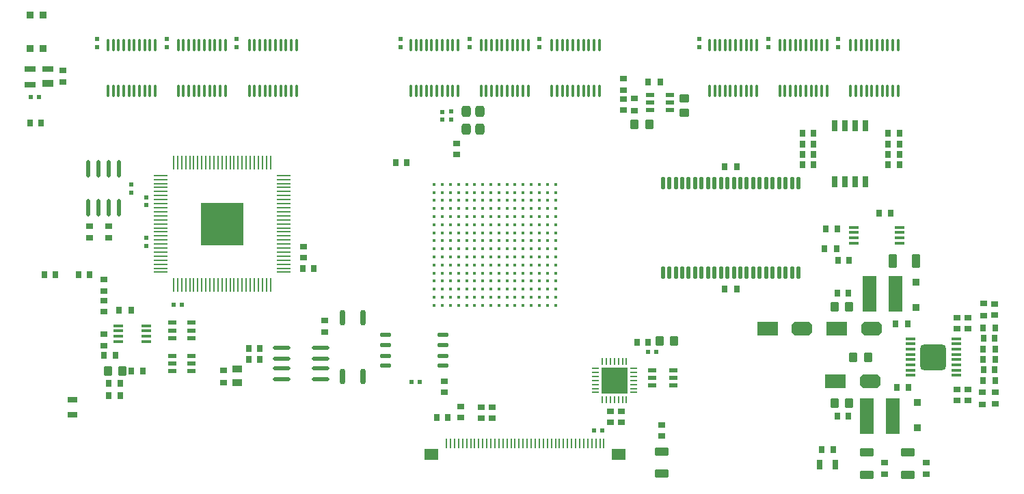
<source format=gtp>
G04*
G04 #@! TF.GenerationSoftware,Altium Limited,Altium Designer,18.0.11 (651)*
G04*
G04 Layer_Color=8421504*
%FSLAX42Y42*%
%MOMM*%
G71*
G01*
G75*
G04:AMPARAMS|DCode=27|XSize=0.85mm|YSize=0.75mm|CornerRadius=0.08mm|HoleSize=0mm|Usage=FLASHONLY|Rotation=270.000|XOffset=0mm|YOffset=0mm|HoleType=Round|Shape=RoundedRectangle|*
%AMROUNDEDRECTD27*
21,1,0.85,0.60,0,0,270.0*
21,1,0.70,0.75,0,0,270.0*
1,1,0.15,-0.30,-0.35*
1,1,0.15,-0.30,0.35*
1,1,0.15,0.30,0.35*
1,1,0.15,0.30,-0.35*
%
%ADD27ROUNDEDRECTD27*%
G04:AMPARAMS|DCode=28|XSize=0.45mm|YSize=0.55mm|CornerRadius=0.04mm|HoleSize=0mm|Usage=FLASHONLY|Rotation=270.000|XOffset=0mm|YOffset=0mm|HoleType=Round|Shape=RoundedRectangle|*
%AMROUNDEDRECTD28*
21,1,0.45,0.48,0,0,270.0*
21,1,0.38,0.55,0,0,270.0*
1,1,0.08,-0.24,-0.19*
1,1,0.08,-0.24,0.19*
1,1,0.08,0.24,0.19*
1,1,0.08,0.24,-0.19*
%
%ADD28ROUNDEDRECTD28*%
%ADD29O,0.30X1.65*%
%ADD30R,0.65X1.45*%
G04:AMPARAMS|DCode=31|XSize=0.85mm|YSize=0.65mm|CornerRadius=0.06mm|HoleSize=0mm|Usage=FLASHONLY|Rotation=180.000|XOffset=0mm|YOffset=0mm|HoleType=Round|Shape=RoundedRectangle|*
%AMROUNDEDRECTD31*
21,1,0.85,0.53,0,0,180.0*
21,1,0.73,0.65,0,0,180.0*
1,1,0.13,-0.36,0.26*
1,1,0.13,0.36,0.26*
1,1,0.13,0.36,-0.26*
1,1,0.13,-0.36,-0.26*
%
%ADD31ROUNDEDRECTD31*%
G04:AMPARAMS|DCode=32|XSize=0.85mm|YSize=0.65mm|CornerRadius=0.06mm|HoleSize=0mm|Usage=FLASHONLY|Rotation=270.000|XOffset=0mm|YOffset=0mm|HoleType=Round|Shape=RoundedRectangle|*
%AMROUNDEDRECTD32*
21,1,0.85,0.53,0,0,270.0*
21,1,0.73,0.65,0,0,270.0*
1,1,0.13,-0.26,-0.36*
1,1,0.13,-0.26,0.36*
1,1,0.13,0.26,0.36*
1,1,0.13,0.26,-0.36*
%
%ADD32ROUNDEDRECTD32*%
G04:AMPARAMS|DCode=33|XSize=0.3mm|YSize=1.15mm|CornerRadius=0.02mm|HoleSize=0mm|Usage=FLASHONLY|Rotation=90.000|XOffset=0mm|YOffset=0mm|HoleType=Round|Shape=RoundedRectangle|*
%AMROUNDEDRECTD33*
21,1,0.30,1.11,0,0,90.0*
21,1,0.26,1.15,0,0,90.0*
1,1,0.04,0.56,0.13*
1,1,0.04,0.56,-0.13*
1,1,0.04,-0.56,-0.13*
1,1,0.04,-0.56,0.13*
%
%ADD33ROUNDEDRECTD33*%
%ADD34R,1.05X0.55*%
%ADD35O,0.75X1.95*%
G04:AMPARAMS|DCode=36|XSize=1.65mm|YSize=1.05mm|CornerRadius=0.11mm|HoleSize=0mm|Usage=FLASHONLY|Rotation=90.000|XOffset=0mm|YOffset=0mm|HoleType=Round|Shape=RoundedRectangle|*
%AMROUNDEDRECTD36*
21,1,1.65,0.83,0,0,90.0*
21,1,1.43,1.05,0,0,90.0*
1,1,0.23,0.41,0.71*
1,1,0.23,0.41,-0.71*
1,1,0.23,-0.41,-0.71*
1,1,0.23,-0.41,0.71*
%
%ADD36ROUNDEDRECTD36*%
G04:AMPARAMS|DCode=37|XSize=0.85mm|YSize=0.75mm|CornerRadius=0.08mm|HoleSize=0mm|Usage=FLASHONLY|Rotation=180.000|XOffset=0mm|YOffset=0mm|HoleType=Round|Shape=RoundedRectangle|*
%AMROUNDEDRECTD37*
21,1,0.85,0.60,0,0,180.0*
21,1,0.70,0.75,0,0,180.0*
1,1,0.15,-0.35,0.30*
1,1,0.15,0.35,0.30*
1,1,0.15,0.35,-0.30*
1,1,0.15,-0.35,-0.30*
%
%ADD37ROUNDEDRECTD37*%
%ADD38O,0.50X1.60*%
%ADD39R,1.35X0.75*%
%ADD40R,1.35X0.95*%
%ADD41O,1.45X0.55*%
%ADD42R,0.97X0.84*%
G04:AMPARAMS|DCode=43|XSize=0.9mm|YSize=0.85mm|CornerRadius=0.2mm|HoleSize=0mm|Usage=FLASHONLY|Rotation=180.000|XOffset=0mm|YOffset=0mm|HoleType=Round|Shape=RoundedRectangle|*
%AMROUNDEDRECTD43*
21,1,0.90,0.45,0,0,180.0*
21,1,0.50,0.85,0,0,180.0*
1,1,0.40,-0.25,0.23*
1,1,0.40,0.25,0.23*
1,1,0.40,0.25,-0.23*
1,1,0.40,-0.25,-0.23*
%
%ADD43ROUNDEDRECTD43*%
G04:AMPARAMS|DCode=44|XSize=2.6mm|YSize=1.7mm|CornerRadius=0.19mm|HoleSize=0mm|Usage=FLASHONLY|Rotation=0.000|XOffset=0mm|YOffset=0mm|HoleType=Round|Shape=RoundedRectangle|*
%AMROUNDEDRECTD44*
21,1,2.60,1.31,0,0,0.0*
21,1,2.21,1.70,0,0,0.0*
1,1,0.39,1.11,-0.66*
1,1,0.39,-1.11,-0.66*
1,1,0.39,-1.11,0.66*
1,1,0.39,1.11,0.66*
%
%ADD44ROUNDEDRECTD44*%
G04:AMPARAMS|DCode=45|XSize=2.6mm|YSize=1.7mm|CornerRadius=0mm|HoleSize=0mm|Usage=FLASHONLY|Rotation=0.000|XOffset=0mm|YOffset=0mm|HoleType=Round|Shape=Octagon|*
%AMOCTAGOND45*
4,1,8,1.30,-0.43,1.30,0.43,0.88,0.85,-0.88,0.85,-1.30,0.43,-1.30,-0.43,-0.88,-0.85,0.88,-0.85,1.30,-0.43,0.0*
%
%ADD45OCTAGOND45*%

G04:AMPARAMS|DCode=46|XSize=3.15mm|YSize=3.15mm|CornerRadius=0.38mm|HoleSize=0mm|Usage=FLASHONLY|Rotation=90.000|XOffset=0mm|YOffset=0mm|HoleType=Round|Shape=RoundedRectangle|*
%AMROUNDEDRECTD46*
21,1,3.15,2.40,0,0,90.0*
21,1,2.40,3.15,0,0,90.0*
1,1,0.75,1.20,1.20*
1,1,0.75,1.20,-1.20*
1,1,0.75,-1.20,-1.20*
1,1,0.75,-1.20,1.20*
%
%ADD46ROUNDEDRECTD46*%
G04:AMPARAMS|DCode=47|XSize=1.25mm|YSize=0.95mm|CornerRadius=0.1mm|HoleSize=0mm|Usage=FLASHONLY|Rotation=90.000|XOffset=0mm|YOffset=0mm|HoleType=Round|Shape=RoundedRectangle|*
%AMROUNDEDRECTD47*
21,1,1.25,0.75,0,0,90.0*
21,1,1.05,0.95,0,0,90.0*
1,1,0.20,0.38,0.53*
1,1,0.20,0.38,-0.53*
1,1,0.20,-0.38,-0.53*
1,1,0.20,-0.38,0.53*
%
%ADD47ROUNDEDRECTD47*%
G04:AMPARAMS|DCode=48|XSize=0.45mm|YSize=0.55mm|CornerRadius=0.04mm|HoleSize=0mm|Usage=FLASHONLY|Rotation=180.000|XOffset=0mm|YOffset=0mm|HoleType=Round|Shape=RoundedRectangle|*
%AMROUNDEDRECTD48*
21,1,0.45,0.48,0,0,180.0*
21,1,0.38,0.55,0,0,180.0*
1,1,0.08,-0.19,0.24*
1,1,0.08,0.19,0.24*
1,1,0.08,0.19,-0.24*
1,1,0.08,-0.19,-0.24*
%
%ADD48ROUNDEDRECTD48*%
G04:AMPARAMS|DCode=49|XSize=0.55mm|YSize=0.95mm|CornerRadius=0.05mm|HoleSize=0mm|Usage=FLASHONLY|Rotation=270.000|XOffset=0mm|YOffset=0mm|HoleType=Round|Shape=RoundedRectangle|*
%AMROUNDEDRECTD49*
21,1,0.55,0.85,0,0,270.0*
21,1,0.45,0.95,0,0,270.0*
1,1,0.10,-0.43,-0.23*
1,1,0.10,-0.43,0.23*
1,1,0.10,0.43,0.23*
1,1,0.10,0.43,-0.23*
%
%ADD49ROUNDEDRECTD49*%
%ADD50R,3.25X3.25*%
%ADD51O,0.25X1.00*%
%ADD52O,1.00X0.25*%
%ADD53C,0.45*%
%ADD54O,2.15X0.55*%
%ADD55R,1.70X4.45*%
G04:AMPARAMS|DCode=56|XSize=1.25mm|YSize=0.65mm|CornerRadius=0.06mm|HoleSize=0mm|Usage=FLASHONLY|Rotation=90.000|XOffset=0mm|YOffset=0mm|HoleType=Round|Shape=RoundedRectangle|*
%AMROUNDEDRECTD56*
21,1,1.25,0.53,0,0,90.0*
21,1,1.13,0.65,0,0,90.0*
1,1,0.13,0.26,0.56*
1,1,0.13,0.26,-0.56*
1,1,0.13,-0.26,-0.56*
1,1,0.13,-0.26,0.56*
%
%ADD56ROUNDEDRECTD56*%
G04:AMPARAMS|DCode=57|XSize=0.55mm|YSize=0.45mm|CornerRadius=0.04mm|HoleSize=0mm|Usage=FLASHONLY|Rotation=180.000|XOffset=0mm|YOffset=0mm|HoleType=Round|Shape=RoundedRectangle|*
%AMROUNDEDRECTD57*
21,1,0.55,0.38,0,0,180.0*
21,1,0.48,0.45,0,0,180.0*
1,1,0.08,-0.24,0.19*
1,1,0.08,0.24,0.19*
1,1,0.08,0.24,-0.19*
1,1,0.08,-0.24,-0.19*
%
%ADD57ROUNDEDRECTD57*%
%ADD58R,1.75X1.45*%
%ADD59R,0.25X1.20*%
G04:AMPARAMS|DCode=60|XSize=1.25mm|YSize=0.85mm|CornerRadius=0.09mm|HoleSize=0mm|Usage=FLASHONLY|Rotation=0.000|XOffset=0mm|YOffset=0mm|HoleType=Round|Shape=RoundedRectangle|*
%AMROUNDEDRECTD60*
21,1,1.25,0.68,0,0,0.0*
21,1,1.08,0.85,0,0,0.0*
1,1,0.18,0.54,-0.34*
1,1,0.18,-0.54,-0.34*
1,1,0.18,-0.54,0.34*
1,1,0.18,0.54,0.34*
%
%ADD60ROUNDEDRECTD60*%
%ADD61O,0.25X1.75*%
%ADD62O,1.75X0.25*%
%ADD63R,5.25X5.25*%
G04:AMPARAMS|DCode=64|XSize=1.7mm|YSize=1mm|CornerRadius=0.11mm|HoleSize=0mm|Usage=FLASHONLY|Rotation=180.000|XOffset=0mm|YOffset=0mm|HoleType=Round|Shape=RoundedRectangle|*
%AMROUNDEDRECTD64*
21,1,1.70,0.79,0,0,180.0*
21,1,1.49,1.00,0,0,180.0*
1,1,0.21,-0.74,0.39*
1,1,0.21,0.74,0.39*
1,1,0.21,0.74,-0.39*
1,1,0.21,-0.74,-0.39*
%
%ADD64ROUNDEDRECTD64*%
G04:AMPARAMS|DCode=65|XSize=1.35mm|YSize=1.15mm|CornerRadius=0.28mm|HoleSize=0mm|Usage=FLASHONLY|Rotation=270.000|XOffset=0mm|YOffset=0mm|HoleType=Round|Shape=RoundedRectangle|*
%AMROUNDEDRECTD65*
21,1,1.35,0.60,0,0,270.0*
21,1,0.80,1.15,0,0,270.0*
1,1,0.55,-0.30,-0.40*
1,1,0.55,-0.30,0.40*
1,1,0.55,0.30,0.40*
1,1,0.55,0.30,-0.40*
%
%ADD65ROUNDEDRECTD65*%
G04:AMPARAMS|DCode=66|XSize=1.25mm|YSize=0.95mm|CornerRadius=0.1mm|HoleSize=0mm|Usage=FLASHONLY|Rotation=0.000|XOffset=0mm|YOffset=0mm|HoleType=Round|Shape=RoundedRectangle|*
%AMROUNDEDRECTD66*
21,1,1.25,0.75,0,0,0.0*
21,1,1.05,0.95,0,0,0.0*
1,1,0.20,0.53,-0.38*
1,1,0.20,-0.53,-0.38*
1,1,0.20,-0.53,0.38*
1,1,0.20,0.53,0.38*
%
%ADD66ROUNDEDRECTD66*%
%ADD67O,0.55X2.15*%
G04:AMPARAMS|DCode=68|XSize=1.25mm|YSize=0.65mm|CornerRadius=0.06mm|HoleSize=0mm|Usage=FLASHONLY|Rotation=0.000|XOffset=0mm|YOffset=0mm|HoleType=Round|Shape=RoundedRectangle|*
%AMROUNDEDRECTD68*
21,1,1.25,0.53,0,0,0.0*
21,1,1.13,0.65,0,0,0.0*
1,1,0.13,0.56,-0.26*
1,1,0.13,-0.56,-0.26*
1,1,0.13,-0.56,0.26*
1,1,0.13,0.56,0.26*
%
%ADD68ROUNDEDRECTD68*%
D27*
X9125Y2410D02*
D03*
X8975Y2410D02*
D03*
X10365Y2910D02*
D03*
X10215D02*
D03*
X11095Y1980D02*
D03*
X11245D02*
D03*
X11255Y1190D02*
D03*
X11105D02*
D03*
X10225Y3160D02*
D03*
X10375D02*
D03*
X1475Y2150D02*
D03*
X1625D02*
D03*
X12175Y1540D02*
D03*
X12325D02*
D03*
Y1280D02*
D03*
X12175D02*
D03*
Y1670D02*
D03*
X12325D02*
D03*
X12175Y1930D02*
D03*
X12325D02*
D03*
X10175Y420D02*
D03*
X10325D02*
D03*
X9125Y3930D02*
D03*
X8975D02*
D03*
X8030Y4975D02*
D03*
X8180D02*
D03*
D28*
X480Y4790D02*
D03*
X380D02*
D03*
X8030Y1630D02*
D03*
X8130D02*
D03*
X7360Y660D02*
D03*
X7460D02*
D03*
X2250Y2220D02*
D03*
X2150D02*
D03*
X5100Y1260D02*
D03*
X5200D02*
D03*
D29*
X1923Y5435D02*
D03*
X1858Y5435D02*
D03*
X1792Y5435D02*
D03*
X1727Y5435D02*
D03*
X1598D02*
D03*
X1662D02*
D03*
X1532D02*
D03*
X1858Y4865D02*
D03*
X1923Y4865D02*
D03*
X1792D02*
D03*
X1598Y4865D02*
D03*
X1532D02*
D03*
X1727D02*
D03*
X1662D02*
D03*
X1468Y5435D02*
D03*
X1338D02*
D03*
X1402Y5435D02*
D03*
Y4865D02*
D03*
X1468Y4865D02*
D03*
X1338D02*
D03*
X3672Y5435D02*
D03*
X3608Y5435D02*
D03*
X3542Y5435D02*
D03*
X3478Y5435D02*
D03*
X3347D02*
D03*
X3412D02*
D03*
X3283D02*
D03*
X3608Y4865D02*
D03*
X3672Y4865D02*
D03*
X3542D02*
D03*
X3347Y4865D02*
D03*
X3283D02*
D03*
X3478D02*
D03*
X3412D02*
D03*
X3217Y5435D02*
D03*
X3088D02*
D03*
X3152Y5435D02*
D03*
Y4865D02*
D03*
X3217Y4865D02*
D03*
X3088D02*
D03*
X2792Y5435D02*
D03*
X2727Y5435D02*
D03*
X2662Y5435D02*
D03*
X2598Y5435D02*
D03*
X2467D02*
D03*
X2533D02*
D03*
X2402D02*
D03*
X2727Y4865D02*
D03*
X2792Y4865D02*
D03*
X2662D02*
D03*
X2467Y4865D02*
D03*
X2402D02*
D03*
X2598D02*
D03*
X2533D02*
D03*
X2338Y5435D02*
D03*
X2208D02*
D03*
X2273Y5435D02*
D03*
Y4865D02*
D03*
X2338Y4865D02*
D03*
X2208D02*
D03*
X9243Y5435D02*
D03*
X9307D02*
D03*
X9178D02*
D03*
X9372D02*
D03*
X9047D02*
D03*
X9112D02*
D03*
X8982D02*
D03*
X9372Y4865D02*
D03*
X9307D02*
D03*
X9243D02*
D03*
X9047D02*
D03*
X8982D02*
D03*
X9178D02*
D03*
X9112D02*
D03*
X8918Y5435D02*
D03*
X8788D02*
D03*
X8853D02*
D03*
Y4865D02*
D03*
X8918D02*
D03*
X8788D02*
D03*
X10992Y5435D02*
D03*
X11057D02*
D03*
X10927D02*
D03*
X11122D02*
D03*
X10797D02*
D03*
X10862D02*
D03*
X10732D02*
D03*
X11122Y4865D02*
D03*
X11057D02*
D03*
X10992D02*
D03*
X10797D02*
D03*
X10732D02*
D03*
X10927D02*
D03*
X10862D02*
D03*
X10667Y5435D02*
D03*
X10537D02*
D03*
X10602D02*
D03*
Y4865D02*
D03*
X10667D02*
D03*
X10537D02*
D03*
X10112Y5435D02*
D03*
X10178D02*
D03*
X10047D02*
D03*
X10243D02*
D03*
X9918D02*
D03*
X9982D02*
D03*
X9853D02*
D03*
X10243Y4865D02*
D03*
X10178D02*
D03*
X10112D02*
D03*
X9918D02*
D03*
X9853D02*
D03*
X10047D02*
D03*
X9982D02*
D03*
X9788Y5435D02*
D03*
X9657D02*
D03*
X9722D02*
D03*
Y4865D02*
D03*
X9788D02*
D03*
X9657D02*
D03*
X5672Y5435D02*
D03*
X5608Y5435D02*
D03*
X5542Y5435D02*
D03*
X5478Y5435D02*
D03*
X5412D02*
D03*
X5347D02*
D03*
X5283D02*
D03*
X5217Y5435D02*
D03*
X5153Y5435D02*
D03*
X5088Y5435D02*
D03*
X5672Y4865D02*
D03*
X5608Y4865D02*
D03*
X5542Y4865D02*
D03*
X5478Y4865D02*
D03*
X5412D02*
D03*
X5347D02*
D03*
X5283D02*
D03*
X5217Y4865D02*
D03*
X5153Y4865D02*
D03*
X5088Y4865D02*
D03*
X6543Y5435D02*
D03*
X6478Y5435D02*
D03*
X6412Y5435D02*
D03*
X6347Y5435D02*
D03*
X6283D02*
D03*
X6217D02*
D03*
X6153D02*
D03*
X6088Y5435D02*
D03*
X6022Y5435D02*
D03*
X5958Y5435D02*
D03*
X6543Y4865D02*
D03*
X6478Y4865D02*
D03*
X6412Y4865D02*
D03*
X6347Y4865D02*
D03*
X6283D02*
D03*
X6217D02*
D03*
X6153D02*
D03*
X6088Y4865D02*
D03*
X6022Y4865D02*
D03*
X5958Y4865D02*
D03*
X7422Y5435D02*
D03*
X7357Y5435D02*
D03*
X7292Y5435D02*
D03*
X7227Y5435D02*
D03*
X7162D02*
D03*
X7097D02*
D03*
X7032D02*
D03*
X6967Y5435D02*
D03*
X6902Y5435D02*
D03*
X6837Y5435D02*
D03*
X7422Y4865D02*
D03*
X7357Y4865D02*
D03*
X7292Y4865D02*
D03*
X7227Y4865D02*
D03*
X7162D02*
D03*
X7097D02*
D03*
X7032D02*
D03*
X6967Y4865D02*
D03*
X6902Y4865D02*
D03*
X6837Y4865D02*
D03*
D30*
X10721Y4439D02*
D03*
X10594D02*
D03*
X10721Y3741D02*
D03*
X10593D02*
D03*
X10467Y4439D02*
D03*
X10339D02*
D03*
X10467Y3741D02*
D03*
X10339D02*
D03*
D31*
X6100Y810D02*
D03*
Y950D02*
D03*
X1290Y2530D02*
D03*
Y2390D02*
D03*
X4020Y1880D02*
D03*
Y2020D02*
D03*
X7720Y4630D02*
D03*
Y4770D02*
D03*
Y4880D02*
D03*
Y5020D02*
D03*
X12320Y2090D02*
D03*
Y2230D02*
D03*
X11990Y1170D02*
D03*
Y1030D02*
D03*
X11850D02*
D03*
Y1170D02*
D03*
X12330Y1130D02*
D03*
Y990D02*
D03*
X11850Y1920D02*
D03*
Y2060D02*
D03*
X11990D02*
D03*
Y1920D02*
D03*
X11470Y120D02*
D03*
Y260D02*
D03*
X10960Y120D02*
D03*
Y260D02*
D03*
X8200Y730D02*
D03*
Y590D02*
D03*
X7700Y760D02*
D03*
Y900D02*
D03*
X7560Y760D02*
D03*
Y900D02*
D03*
X5660Y4080D02*
D03*
Y4220D02*
D03*
X780Y5120D02*
D03*
Y4980D02*
D03*
X1350Y3050D02*
D03*
Y3190D02*
D03*
X1110Y3050D02*
D03*
Y3190D02*
D03*
X3760Y2800D02*
D03*
Y2940D02*
D03*
X5960Y950D02*
D03*
Y810D02*
D03*
X5500Y1130D02*
D03*
Y1270D02*
D03*
X5710Y820D02*
D03*
Y960D02*
D03*
X1290Y2130D02*
D03*
Y2270D02*
D03*
X1290Y1850D02*
D03*
Y1710D02*
D03*
D32*
X1430Y1590D02*
D03*
X1290D02*
D03*
X1630Y1400D02*
D03*
X1770D02*
D03*
X11140Y4340D02*
D03*
X11000D02*
D03*
X11140Y4210D02*
D03*
X11000D02*
D03*
X11140Y4080D02*
D03*
X11000D02*
D03*
X11140Y3950D02*
D03*
X11000D02*
D03*
X1490Y1240D02*
D03*
X1350D02*
D03*
Y1090D02*
D03*
X1490D02*
D03*
X10080Y4340D02*
D03*
X9940D02*
D03*
X10080Y4080D02*
D03*
X9940D02*
D03*
X10080Y4210D02*
D03*
X9940D02*
D03*
X10080Y3950D02*
D03*
X9940D02*
D03*
X10370Y2360D02*
D03*
X10510D02*
D03*
X10370Y840D02*
D03*
X10510D02*
D03*
X10520Y2770D02*
D03*
X10380D02*
D03*
X550Y2590D02*
D03*
X690D02*
D03*
X510Y4470D02*
D03*
X370D02*
D03*
X1110Y2590D02*
D03*
X970D02*
D03*
X12320Y1410D02*
D03*
X12180D02*
D03*
X12320Y1800D02*
D03*
X12180D02*
D03*
X8030Y1750D02*
D03*
X7890D02*
D03*
X11030Y3350D02*
D03*
X10890D02*
D03*
X5040Y3980D02*
D03*
X4900D02*
D03*
X3750Y2670D02*
D03*
X3890D02*
D03*
X5550Y820D02*
D03*
X5410D02*
D03*
X3220Y1540D02*
D03*
X3080D02*
D03*
X3220Y1680D02*
D03*
X3080D02*
D03*
D33*
X1469Y1958D02*
D03*
Y1892D02*
D03*
Y1828D02*
D03*
Y1762D02*
D03*
X1811Y1958D02*
D03*
Y1892D02*
D03*
Y1828D02*
D03*
Y1762D02*
D03*
X10575Y3177D02*
D03*
Y3112D02*
D03*
Y3048D02*
D03*
Y2983D02*
D03*
X11145Y3177D02*
D03*
Y3112D02*
D03*
Y3048D02*
D03*
Y2983D02*
D03*
X11275Y1798D02*
D03*
Y1733D02*
D03*
Y1667D02*
D03*
Y1602D02*
D03*
Y1538D02*
D03*
Y1473D02*
D03*
Y1407D02*
D03*
Y1343D02*
D03*
X11845Y1798D02*
D03*
Y1733D02*
D03*
Y1667D02*
D03*
Y1602D02*
D03*
Y1538D02*
D03*
Y1473D02*
D03*
Y1407D02*
D03*
Y1343D02*
D03*
D34*
X2370Y1395D02*
D03*
Y1490D02*
D03*
Y1585D02*
D03*
X2130D02*
D03*
Y1490D02*
D03*
Y1395D02*
D03*
X2370Y1805D02*
D03*
Y1900D02*
D03*
Y1995D02*
D03*
X2130D02*
D03*
Y1900D02*
D03*
Y1805D02*
D03*
X8295Y4630D02*
D03*
Y4725D02*
D03*
Y4820D02*
D03*
X8055D02*
D03*
Y4725D02*
D03*
Y4630D02*
D03*
D35*
X4497Y1325D02*
D03*
X4243D02*
D03*
Y2055D02*
D03*
X4497D02*
D03*
D36*
X11055Y2760D02*
D03*
X11345D02*
D03*
D37*
X7860Y4625D02*
D03*
Y4775D02*
D03*
X2770Y1405D02*
D03*
Y1255D02*
D03*
X12170Y985D02*
D03*
Y1135D02*
D03*
X12180Y2235D02*
D03*
Y2085D02*
D03*
D38*
X8850Y2612D02*
D03*
X8690D02*
D03*
X8770D02*
D03*
X8930D02*
D03*
X8530Y3728D02*
D03*
X8450Y3728D02*
D03*
X8210Y3728D02*
D03*
X8290D02*
D03*
X8370Y3728D02*
D03*
X8610D02*
D03*
X8850Y3728D02*
D03*
X8690D02*
D03*
X8770D02*
D03*
X8930Y3728D02*
D03*
X9330Y2612D02*
D03*
X9170D02*
D03*
X9250D02*
D03*
X9410Y2612D02*
D03*
X9810Y2612D02*
D03*
X9730D02*
D03*
X9490Y2612D02*
D03*
X9570D02*
D03*
X9650Y2612D02*
D03*
X9890Y2612D02*
D03*
X8210Y2612D02*
D03*
X8290D02*
D03*
X8370D02*
D03*
X8450D02*
D03*
X8530Y2612D02*
D03*
X8610Y2612D02*
D03*
X9010Y2612D02*
D03*
X9090Y2612D02*
D03*
X9010Y3728D02*
D03*
X9090D02*
D03*
X9170D02*
D03*
X9250Y3728D02*
D03*
X9330D02*
D03*
X9410D02*
D03*
X9490Y3728D02*
D03*
X9570D02*
D03*
X9650Y3728D02*
D03*
X9730D02*
D03*
X9810Y3728D02*
D03*
X9890D02*
D03*
D39*
X370Y4945D02*
D03*
Y5135D02*
D03*
X590D02*
D03*
D40*
Y4965D02*
D03*
D41*
X4778Y1841D02*
D03*
Y1714D02*
D03*
Y1586D02*
D03*
Y1460D02*
D03*
X5483Y1841D02*
D03*
Y1714D02*
D03*
Y1586D02*
D03*
Y1460D02*
D03*
D42*
X370Y5395D02*
D03*
Y5805D02*
D03*
X530D02*
D03*
Y5395D02*
D03*
D43*
X11360Y693D02*
D03*
Y1007D02*
D03*
X11350Y2498D02*
D03*
Y2183D02*
D03*
D44*
X9505Y1920D02*
D03*
X10345Y1270D02*
D03*
X10365Y1920D02*
D03*
D45*
X9935D02*
D03*
X10775Y1270D02*
D03*
X10795Y1920D02*
D03*
D46*
X11560Y1570D02*
D03*
D47*
X8170Y1770D02*
D03*
X8350D02*
D03*
X10520Y1000D02*
D03*
X10340D02*
D03*
X10750Y1570D02*
D03*
X10570D02*
D03*
X10520Y2190D02*
D03*
X10340D02*
D03*
X7860Y4450D02*
D03*
X8040D02*
D03*
X1340Y1400D02*
D03*
X1520D02*
D03*
D48*
X5590Y4610D02*
D03*
Y4510D02*
D03*
X10380Y5410D02*
D03*
Y5510D02*
D03*
X9520Y5410D02*
D03*
Y5510D02*
D03*
X8660Y5410D02*
D03*
Y5510D02*
D03*
X6680Y5410D02*
D03*
Y5510D02*
D03*
X5820Y5410D02*
D03*
Y5510D02*
D03*
X4960Y5410D02*
D03*
Y5510D02*
D03*
X2930Y5410D02*
D03*
Y5510D02*
D03*
X2070Y5410D02*
D03*
Y5510D02*
D03*
X1200Y5410D02*
D03*
Y5510D02*
D03*
X1810Y3550D02*
D03*
Y3450D02*
D03*
X1630Y3610D02*
D03*
Y3710D02*
D03*
X1810Y3050D02*
D03*
Y2950D02*
D03*
D49*
X8340Y1215D02*
D03*
Y1310D02*
D03*
Y1405D02*
D03*
X8080D02*
D03*
Y1310D02*
D03*
Y1215D02*
D03*
D50*
X7610Y1280D02*
D03*
D51*
X7760Y1043D02*
D03*
X7710Y1043D02*
D03*
X7660D02*
D03*
X7610D02*
D03*
X7560D02*
D03*
X7510D02*
D03*
X7460D02*
D03*
Y1518D02*
D03*
X7510D02*
D03*
X7560D02*
D03*
X7610Y1518D02*
D03*
X7660D02*
D03*
X7710D02*
D03*
X7760Y1518D02*
D03*
D52*
X7372Y1130D02*
D03*
Y1180D02*
D03*
Y1230D02*
D03*
Y1280D02*
D03*
Y1330D02*
D03*
Y1380D02*
D03*
X7372Y1430D02*
D03*
X7847D02*
D03*
X7847Y1380D02*
D03*
Y1330D02*
D03*
X7847Y1280D02*
D03*
Y1230D02*
D03*
Y1180D02*
D03*
Y1130D02*
D03*
D53*
X6880Y3710D02*
D03*
Y3610D02*
D03*
Y3510D02*
D03*
Y3410D02*
D03*
Y3310D02*
D03*
Y3210D02*
D03*
Y3110D02*
D03*
Y3010D02*
D03*
Y2910D02*
D03*
Y2810D02*
D03*
Y2710D02*
D03*
Y2610D02*
D03*
Y2510D02*
D03*
Y2410D02*
D03*
Y2310D02*
D03*
Y2210D02*
D03*
X6780Y3710D02*
D03*
Y3610D02*
D03*
Y3510D02*
D03*
Y3410D02*
D03*
Y3310D02*
D03*
Y3210D02*
D03*
Y3110D02*
D03*
Y3010D02*
D03*
Y2910D02*
D03*
Y2810D02*
D03*
Y2710D02*
D03*
Y2610D02*
D03*
Y2510D02*
D03*
Y2410D02*
D03*
Y2310D02*
D03*
Y2210D02*
D03*
X6680Y3710D02*
D03*
Y3610D02*
D03*
Y3510D02*
D03*
Y3410D02*
D03*
Y3310D02*
D03*
Y3210D02*
D03*
Y3110D02*
D03*
Y3010D02*
D03*
Y2910D02*
D03*
Y2810D02*
D03*
Y2710D02*
D03*
Y2610D02*
D03*
Y2510D02*
D03*
Y2410D02*
D03*
Y2310D02*
D03*
Y2210D02*
D03*
X6580Y3710D02*
D03*
Y3610D02*
D03*
Y3510D02*
D03*
Y3410D02*
D03*
Y3310D02*
D03*
Y3210D02*
D03*
Y3110D02*
D03*
Y3010D02*
D03*
Y2910D02*
D03*
Y2810D02*
D03*
Y2710D02*
D03*
Y2610D02*
D03*
Y2510D02*
D03*
Y2410D02*
D03*
Y2310D02*
D03*
Y2210D02*
D03*
X6480Y3710D02*
D03*
Y3610D02*
D03*
Y3510D02*
D03*
Y3410D02*
D03*
Y3310D02*
D03*
Y3210D02*
D03*
Y3110D02*
D03*
Y3010D02*
D03*
Y2910D02*
D03*
Y2810D02*
D03*
Y2710D02*
D03*
Y2610D02*
D03*
Y2510D02*
D03*
Y2410D02*
D03*
Y2310D02*
D03*
Y2210D02*
D03*
X6380Y3710D02*
D03*
Y3610D02*
D03*
Y3510D02*
D03*
Y3410D02*
D03*
Y3310D02*
D03*
Y3210D02*
D03*
Y3110D02*
D03*
Y3010D02*
D03*
Y2910D02*
D03*
Y2810D02*
D03*
Y2710D02*
D03*
Y2610D02*
D03*
Y2510D02*
D03*
Y2410D02*
D03*
Y2310D02*
D03*
Y2210D02*
D03*
X6280Y3710D02*
D03*
Y3610D02*
D03*
Y3510D02*
D03*
Y3410D02*
D03*
Y3310D02*
D03*
Y3210D02*
D03*
Y3110D02*
D03*
Y3010D02*
D03*
Y2910D02*
D03*
Y2810D02*
D03*
Y2710D02*
D03*
Y2610D02*
D03*
Y2510D02*
D03*
Y2410D02*
D03*
Y2310D02*
D03*
Y2210D02*
D03*
X6180Y3710D02*
D03*
Y3610D02*
D03*
Y3510D02*
D03*
Y3410D02*
D03*
Y3310D02*
D03*
Y3210D02*
D03*
Y3110D02*
D03*
Y3010D02*
D03*
Y2910D02*
D03*
Y2810D02*
D03*
Y2710D02*
D03*
Y2610D02*
D03*
Y2510D02*
D03*
Y2410D02*
D03*
Y2310D02*
D03*
Y2210D02*
D03*
X6080Y3710D02*
D03*
Y3610D02*
D03*
Y3510D02*
D03*
Y3410D02*
D03*
Y3310D02*
D03*
Y3210D02*
D03*
Y3110D02*
D03*
Y3010D02*
D03*
Y2910D02*
D03*
Y2810D02*
D03*
Y2710D02*
D03*
Y2610D02*
D03*
Y2510D02*
D03*
Y2410D02*
D03*
Y2310D02*
D03*
Y2210D02*
D03*
X5980Y3710D02*
D03*
Y3610D02*
D03*
Y3510D02*
D03*
Y3410D02*
D03*
Y3310D02*
D03*
Y3210D02*
D03*
Y3110D02*
D03*
Y3010D02*
D03*
Y2910D02*
D03*
Y2810D02*
D03*
Y2710D02*
D03*
Y2610D02*
D03*
Y2510D02*
D03*
Y2410D02*
D03*
Y2310D02*
D03*
Y2210D02*
D03*
X5880Y3710D02*
D03*
Y3610D02*
D03*
Y3510D02*
D03*
Y3410D02*
D03*
Y3310D02*
D03*
Y3210D02*
D03*
Y3110D02*
D03*
Y3010D02*
D03*
Y2910D02*
D03*
Y2810D02*
D03*
Y2710D02*
D03*
Y2610D02*
D03*
Y2510D02*
D03*
Y2410D02*
D03*
Y2310D02*
D03*
Y2210D02*
D03*
X5780Y3710D02*
D03*
Y3610D02*
D03*
Y3510D02*
D03*
Y3410D02*
D03*
Y3310D02*
D03*
Y3210D02*
D03*
Y3110D02*
D03*
Y3010D02*
D03*
Y2910D02*
D03*
Y2810D02*
D03*
Y2710D02*
D03*
Y2610D02*
D03*
Y2510D02*
D03*
Y2410D02*
D03*
Y2310D02*
D03*
Y2210D02*
D03*
X5680Y3710D02*
D03*
Y3610D02*
D03*
Y3510D02*
D03*
Y3410D02*
D03*
Y3310D02*
D03*
Y3210D02*
D03*
Y3110D02*
D03*
Y3010D02*
D03*
Y2910D02*
D03*
Y2810D02*
D03*
Y2710D02*
D03*
Y2610D02*
D03*
Y2510D02*
D03*
Y2410D02*
D03*
Y2310D02*
D03*
Y2210D02*
D03*
X5580Y3710D02*
D03*
Y3610D02*
D03*
Y3510D02*
D03*
Y3410D02*
D03*
Y3310D02*
D03*
Y3210D02*
D03*
Y3110D02*
D03*
Y3010D02*
D03*
Y2910D02*
D03*
Y2810D02*
D03*
Y2710D02*
D03*
Y2610D02*
D03*
Y2510D02*
D03*
Y2410D02*
D03*
Y2310D02*
D03*
Y2210D02*
D03*
X5480Y3710D02*
D03*
Y3610D02*
D03*
Y3510D02*
D03*
Y3410D02*
D03*
Y3310D02*
D03*
Y3210D02*
D03*
Y3110D02*
D03*
Y3010D02*
D03*
Y2910D02*
D03*
Y2810D02*
D03*
Y2710D02*
D03*
Y2610D02*
D03*
Y2510D02*
D03*
Y2410D02*
D03*
Y2310D02*
D03*
Y2210D02*
D03*
X5380Y3710D02*
D03*
Y3610D02*
D03*
Y3510D02*
D03*
Y3410D02*
D03*
Y3310D02*
D03*
Y3210D02*
D03*
Y3110D02*
D03*
Y3010D02*
D03*
Y2910D02*
D03*
Y2810D02*
D03*
Y2710D02*
D03*
Y2610D02*
D03*
Y2510D02*
D03*
Y2410D02*
D03*
Y2310D02*
D03*
Y2210D02*
D03*
D54*
X3490Y1681D02*
D03*
Y1553D02*
D03*
Y1427D02*
D03*
Y1299D02*
D03*
X3970Y1681D02*
D03*
Y1553D02*
D03*
Y1427D02*
D03*
Y1299D02*
D03*
D55*
X11062Y840D02*
D03*
X10738D02*
D03*
X11093Y2350D02*
D03*
X10768D02*
D03*
D56*
X10345Y240D02*
D03*
X10155D02*
D03*
D57*
X5480Y4605D02*
D03*
Y4515D02*
D03*
D58*
X5345Y362D02*
D03*
X7665D02*
D03*
D59*
X7430Y500D02*
D03*
X7380D02*
D03*
X7330D02*
D03*
X7480D02*
D03*
X7280D02*
D03*
X7230D02*
D03*
X7180D02*
D03*
X7130D02*
D03*
X7080D02*
D03*
X7030D02*
D03*
X6980D02*
D03*
X6930D02*
D03*
X6880D02*
D03*
X6830D02*
D03*
X6780D02*
D03*
X6730D02*
D03*
X6680D02*
D03*
X6630D02*
D03*
X6580D02*
D03*
X6530D02*
D03*
X6480D02*
D03*
X6430D02*
D03*
X6380D02*
D03*
X6330D02*
D03*
X6280D02*
D03*
X6230D02*
D03*
X6180D02*
D03*
X6130D02*
D03*
X6080D02*
D03*
X6030D02*
D03*
X5980D02*
D03*
X5930D02*
D03*
X5880D02*
D03*
X5830D02*
D03*
X5780D02*
D03*
X5730D02*
D03*
X5680D02*
D03*
X5630D02*
D03*
X5580D02*
D03*
X5530D02*
D03*
D60*
X2940Y1255D02*
D03*
Y1425D02*
D03*
D61*
X3000Y2460D02*
D03*
X3050D02*
D03*
X2350D02*
D03*
X2400D02*
D03*
X3350D02*
D03*
X3300D02*
D03*
X3250D02*
D03*
X3200D02*
D03*
X3150D02*
D03*
X3100D02*
D03*
X2950D02*
D03*
X2900D02*
D03*
X2850D02*
D03*
X2800Y2460D02*
D03*
X2750D02*
D03*
X2700D02*
D03*
X2650Y2460D02*
D03*
X2600D02*
D03*
X2550D02*
D03*
X2500D02*
D03*
X2450D02*
D03*
X2300D02*
D03*
X2250D02*
D03*
X2200D02*
D03*
X2150D02*
D03*
Y3980D02*
D03*
X2200D02*
D03*
X2400D02*
D03*
X2450D02*
D03*
X2500D02*
D03*
X2550D02*
D03*
X2600D02*
D03*
X2650D02*
D03*
X2700Y3980D02*
D03*
X2750D02*
D03*
X3050Y3980D02*
D03*
X3100D02*
D03*
X3150D02*
D03*
X3200D02*
D03*
X3250D02*
D03*
X3300D02*
D03*
X3350D02*
D03*
X3000D02*
D03*
X2900D02*
D03*
X2850D02*
D03*
X2800Y3980D02*
D03*
X2950Y3980D02*
D03*
X2350D02*
D03*
X2300D02*
D03*
X2250D02*
D03*
D62*
X3510Y3320D02*
D03*
Y3370D02*
D03*
X3510Y3420D02*
D03*
X3510Y3770D02*
D03*
Y3720D02*
D03*
Y3570D02*
D03*
Y3620D02*
D03*
Y3670D02*
D03*
Y3820D02*
D03*
X1990Y2620D02*
D03*
Y2670D02*
D03*
Y2720D02*
D03*
Y2770D02*
D03*
Y2820D02*
D03*
Y2870D02*
D03*
Y2920D02*
D03*
Y2970D02*
D03*
Y3020D02*
D03*
Y3070D02*
D03*
Y3120D02*
D03*
X1990Y3170D02*
D03*
Y3220D02*
D03*
Y3270D02*
D03*
X1990Y3320D02*
D03*
Y3370D02*
D03*
Y3420D02*
D03*
Y3470D02*
D03*
Y3520D02*
D03*
Y3570D02*
D03*
Y3620D02*
D03*
Y3670D02*
D03*
Y3720D02*
D03*
Y3770D02*
D03*
Y3820D02*
D03*
X3510Y3520D02*
D03*
Y3470D02*
D03*
X3510Y3270D02*
D03*
Y3220D02*
D03*
Y3170D02*
D03*
X3510Y3120D02*
D03*
X3510Y3070D02*
D03*
Y3020D02*
D03*
Y2970D02*
D03*
Y2920D02*
D03*
Y2870D02*
D03*
Y2820D02*
D03*
Y2770D02*
D03*
Y2720D02*
D03*
Y2670D02*
D03*
Y2620D02*
D03*
D63*
X2750Y3220D02*
D03*
D64*
X8200Y397D02*
D03*
Y123D02*
D03*
X11240Y112D02*
D03*
Y388D02*
D03*
X10740Y112D02*
D03*
Y388D02*
D03*
D65*
X5945Y4610D02*
D03*
Y4390D02*
D03*
X5775D02*
D03*
Y4610D02*
D03*
D66*
X8475Y4595D02*
D03*
Y4775D02*
D03*
D67*
X1474Y3900D02*
D03*
X1347D02*
D03*
X1220D02*
D03*
X1093D02*
D03*
X1474Y3420D02*
D03*
X1347Y3420D02*
D03*
X1220Y3420D02*
D03*
X1093D02*
D03*
D68*
X900Y1045D02*
D03*
Y855D02*
D03*
M02*

</source>
